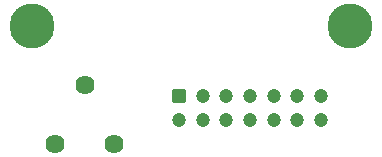
<source format=gbr>
%TF.GenerationSoftware,KiCad,Pcbnew,8.0.6*%
%TF.CreationDate,2024-11-16T20:49:17+00:00*%
%TF.ProjectId,LED_strip_DVD_xbox,4c45445f-7374-4726-9970-5f4456445f78,rev?*%
%TF.SameCoordinates,Original*%
%TF.FileFunction,Soldermask,Bot*%
%TF.FilePolarity,Negative*%
%FSLAX46Y46*%
G04 Gerber Fmt 4.6, Leading zero omitted, Abs format (unit mm)*
G04 Created by KiCad (PCBNEW 8.0.6) date 2024-11-16 20:49:17*
%MOMM*%
%LPD*%
G01*
G04 APERTURE LIST*
G04 Aperture macros list*
%AMRoundRect*
0 Rectangle with rounded corners*
0 $1 Rounding radius*
0 $2 $3 $4 $5 $6 $7 $8 $9 X,Y pos of 4 corners*
0 Add a 4 corners polygon primitive as box body*
4,1,4,$2,$3,$4,$5,$6,$7,$8,$9,$2,$3,0*
0 Add four circle primitives for the rounded corners*
1,1,$1+$1,$2,$3*
1,1,$1+$1,$4,$5*
1,1,$1+$1,$6,$7*
1,1,$1+$1,$8,$9*
0 Add four rect primitives between the rounded corners*
20,1,$1+$1,$2,$3,$4,$5,0*
20,1,$1+$1,$4,$5,$6,$7,0*
20,1,$1+$1,$6,$7,$8,$9,0*
20,1,$1+$1,$8,$9,$2,$3,0*%
G04 Aperture macros list end*
%ADD10C,3.800000*%
%ADD11RoundRect,0.250000X-0.350000X-0.350000X0.350000X-0.350000X0.350000X0.350000X-0.350000X0.350000X0*%
%ADD12C,1.200000*%
%ADD13C,1.620000*%
G04 APERTURE END LIST*
D10*
%TO.C,REF\u002A\u002A*%
X134500000Y-70000000D03*
%TD*%
D11*
%TO.C,J1*%
X147000000Y-76000000D03*
D12*
X147000000Y-78000000D03*
X149000000Y-76000000D03*
X149000000Y-78000000D03*
X151000000Y-76000000D03*
X151000000Y-78000000D03*
X153000000Y-76000000D03*
X153000000Y-78000000D03*
X155000000Y-76000000D03*
X155000000Y-78000000D03*
X157000000Y-76000000D03*
X157000000Y-78000000D03*
X159000000Y-76000000D03*
X159000000Y-78000000D03*
%TD*%
D13*
%TO.C,RV1*%
X141500000Y-80000000D03*
X139000000Y-75000000D03*
X136500000Y-80000000D03*
%TD*%
D10*
%TO.C,REF\u002A\u002A*%
X161500000Y-70000000D03*
%TD*%
M02*

</source>
